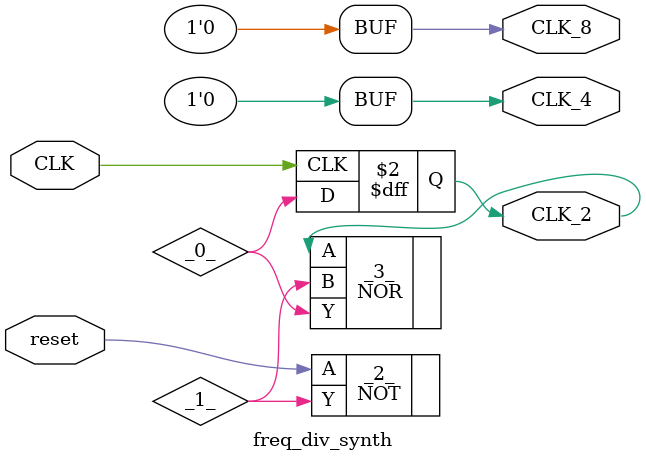
<source format=v>
/* Generated by Yosys 0.7 (git sha1 61f6811, gcc 6.2.0-10 -O2 -fdebug-prefix-map=/build/yosys-0DEyT5/yosys-0.7=. -fstack-protector-strong -fPIC -Os) */

module freq_div_synth(CLK, reset, CLK_2, CLK_4, CLK_8);
  wire _0_;
  wire _1_;
  input CLK;
  output CLK_2;
  reg CLK_2;
  output CLK_4;
  output CLK_8;
  input reset;
  NOT _2_ (
    .A(reset),
    .Y(_1_)
  );
  NOR _3_ (
    .A(CLK_2),
    .B(_1_),
    .Y(_0_)
  );
  always @(posedge CLK)
      CLK_2 <= _0_;
  assign CLK_4 = 1'b0;
  assign CLK_8 = 1'b0;
endmodule

</source>
